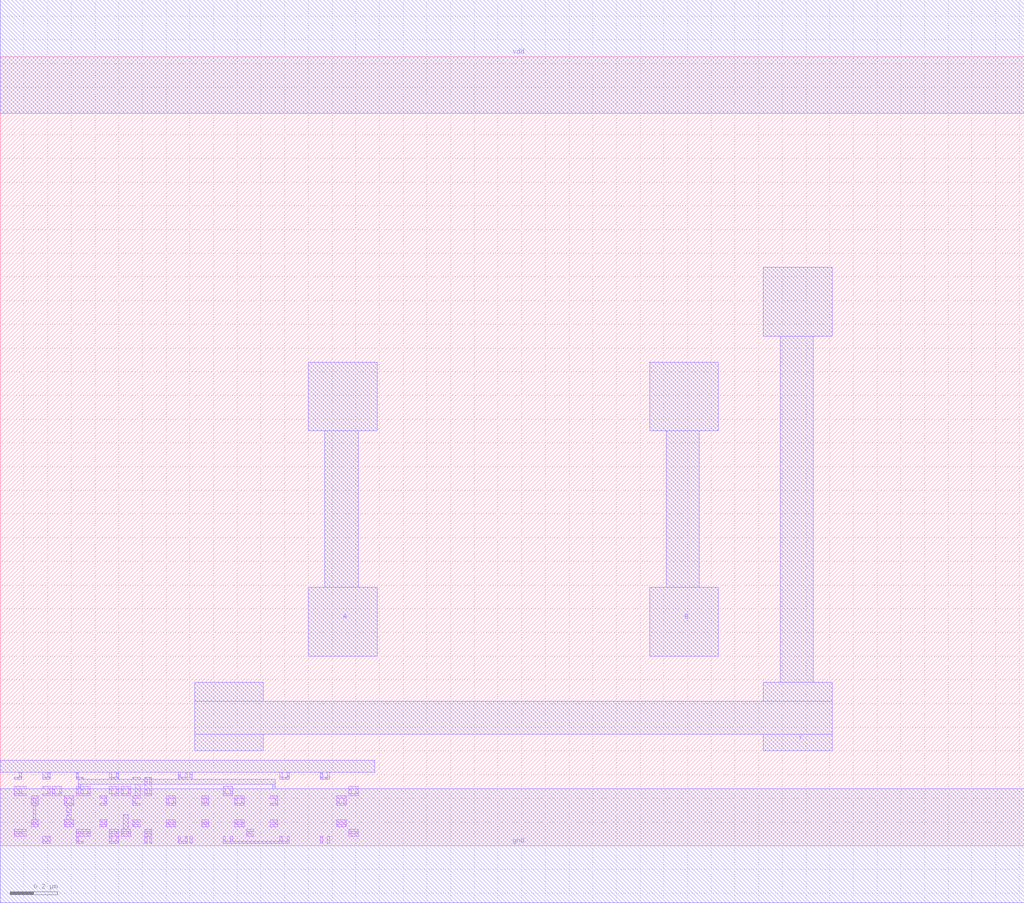
<source format=lef>
VERSION 5.7 ;
  NOWIREEXTENSIONATPIN ON ;
  DIVIDERCHAR "/" ;
  BUSBITCHARS "[]" ;
MACRO NOR2X1
  CLASS CORE ;
  FOREIGN NOR2X1 ;
  ORIGIN 0.000 0.000 ;
  SIZE 4.320 BY 3.330 ;
  SYMMETRY X Y R90 ;
  SITE unit ;
  PIN vdd
    DIRECTION INOUT ;
    USE POWER ;
    SHAPE ABUTMENT ;
    PORT
      LAYER met1 ;
        RECT 0.000 3.090 4.320 3.570 ;
    END
  END vdd
  PIN gnd
    DIRECTION INOUT ;
    USE GROUND ;
    SHAPE ABUTMENT ;
    PORT
      LAYER met1 ;
        RECT 0.000 0.310 1.580 0.360 ;
        RECT 0.080 0.290 0.090 0.310 ;
        RECT 0.200 0.290 0.210 0.310 ;
        RECT 0.060 0.280 0.090 0.290 ;
        RECT 0.180 0.280 0.210 0.290 ;
        RECT 0.320 0.290 0.330 0.310 ;
        RECT 0.490 0.290 0.500 0.310 ;
        RECT 0.750 0.290 0.760 0.310 ;
        RECT 0.800 0.300 0.810 0.310 ;
        RECT 1.210 0.290 1.220 0.310 ;
        RECT 0.320 0.280 0.350 0.290 ;
        RECT 0.470 0.280 0.500 0.290 ;
        RECT 0.560 0.280 0.590 0.290 ;
        RECT 0.610 0.280 0.640 0.290 ;
        RECT 0.750 0.280 0.780 0.290 ;
        RECT 1.190 0.280 1.220 0.290 ;
        RECT 1.350 0.290 1.360 0.310 ;
        RECT 1.350 0.280 1.380 0.290 ;
        RECT 0.330 0.260 1.160 0.280 ;
        RECT 0.330 0.240 0.340 0.260 ;
        RECT 1.150 0.240 1.160 0.260 ;
        RECT 0.000 -0.240 4.320 0.240 ;
    END
  END gnd
  PIN Y
    DIRECTION INOUT ;
    USE SIGNAL ;
    SHAPE ABUTMENT ;
    PORT
      LAYER met1 ;
        RECT 3.220 2.150 3.510 2.440 ;
        RECT 3.290 0.690 3.430 2.150 ;
        RECT 0.820 0.610 1.110 0.690 ;
        RECT 3.220 0.610 3.510 0.690 ;
        RECT 0.820 0.470 3.510 0.610 ;
        RECT 0.820 0.400 1.110 0.470 ;
        RECT 3.220 0.400 3.510 0.470 ;
    END
  END Y
  PIN A
    DIRECTION INOUT ;
    USE SIGNAL ;
    SHAPE ABUTMENT ;
    PORT
      LAYER met1 ;
        RECT 1.300 1.750 1.590 2.040 ;
        RECT 1.370 1.090 1.510 1.750 ;
        RECT 1.300 0.800 1.590 1.090 ;
    END
  END A
  PIN B
    DIRECTION INOUT ;
    USE SIGNAL ;
    SHAPE ABUTMENT ;
    PORT
      LAYER met1 ;
        RECT 2.740 1.750 3.030 2.040 ;
        RECT 2.810 1.090 2.950 1.750 ;
        RECT 2.740 0.800 3.030 1.090 ;
    END
  END B
  OBS
      LAYER li1 ;
        RECT 0.080 0.290 0.090 0.310 ;
        RECT 0.060 0.280 0.090 0.290 ;
      LAYER li1 ;
        RECT 0.180 0.290 0.200 0.310 ;
      LAYER li1 ;
        RECT 0.200 0.290 0.210 0.310 ;
        RECT 0.180 0.280 0.210 0.290 ;
        RECT 0.320 0.290 0.330 0.310 ;
        RECT 0.460 0.290 0.470 0.310 ;
        RECT 0.490 0.290 0.500 0.310 ;
        RECT 0.750 0.290 0.760 0.310 ;
        RECT 0.780 0.290 0.790 0.310 ;
        RECT 0.800 0.290 0.810 0.310 ;
        RECT 0.320 0.280 0.350 0.290 ;
        RECT 0.460 0.280 0.500 0.290 ;
        RECT 0.610 0.280 0.640 0.290 ;
        RECT 0.750 0.280 0.810 0.290 ;
        RECT 1.180 0.290 1.190 0.310 ;
        RECT 1.210 0.290 1.220 0.310 ;
        RECT 1.180 0.280 1.220 0.290 ;
        RECT 1.350 0.290 1.360 0.310 ;
        RECT 1.380 0.290 1.390 0.310 ;
        RECT 1.350 0.280 1.390 0.290 ;
        RECT 0.610 0.260 0.620 0.280 ;
        RECT 0.630 0.260 0.640 0.280 ;
        RECT 0.060 0.240 0.110 0.250 ;
        RECT 0.180 0.240 0.210 0.250 ;
      LAYER li1 ;
        RECT 0.060 0.220 0.080 0.240 ;
      LAYER li1 ;
        RECT 0.080 0.220 0.090 0.240 ;
        RECT 0.200 0.220 0.210 0.240 ;
        RECT 0.060 0.210 0.110 0.220 ;
        RECT 0.180 0.210 0.210 0.220 ;
        RECT 0.220 0.240 0.260 0.250 ;
        RECT 0.220 0.220 0.230 0.240 ;
        RECT 0.250 0.220 0.260 0.240 ;
        RECT 0.220 0.210 0.260 0.220 ;
        RECT 0.320 0.240 0.380 0.250 ;
        RECT 0.320 0.220 0.330 0.240 ;
        RECT 0.340 0.220 0.350 0.240 ;
        RECT 0.370 0.220 0.380 0.240 ;
        RECT 0.460 0.240 0.500 0.250 ;
        RECT 0.460 0.220 0.470 0.240 ;
        RECT 0.490 0.220 0.500 0.240 ;
        RECT 0.320 0.210 0.380 0.220 ;
        RECT 0.470 0.210 0.500 0.220 ;
        RECT 0.510 0.240 0.550 0.250 ;
        RECT 0.510 0.220 0.520 0.240 ;
        RECT 0.540 0.220 0.550 0.240 ;
        RECT 0.510 0.210 0.550 0.220 ;
        RECT 0.570 0.210 0.590 0.260 ;
        RECT 0.610 0.240 0.640 0.260 ;
        RECT 0.610 0.220 0.620 0.240 ;
        RECT 0.630 0.220 0.640 0.240 ;
        RECT 0.610 0.210 0.640 0.220 ;
        RECT 0.940 0.240 0.980 0.250 ;
        RECT 0.940 0.220 0.950 0.240 ;
        RECT 0.970 0.220 0.980 0.240 ;
        RECT 0.940 0.210 0.980 0.220 ;
        RECT 1.470 0.240 1.510 0.250 ;
        RECT 1.470 0.220 1.480 0.240 ;
        RECT 1.500 0.220 1.510 0.240 ;
        RECT 1.470 0.210 1.510 0.220 ;
        RECT 0.130 0.200 0.160 0.210 ;
        RECT 0.130 0.180 0.140 0.200 ;
      LAYER li1 ;
        RECT 0.140 0.180 0.150 0.200 ;
      LAYER li1 ;
        RECT 0.150 0.180 0.160 0.200 ;
        RECT 0.130 0.170 0.160 0.180 ;
        RECT 0.270 0.200 0.310 0.210 ;
        RECT 0.420 0.200 0.450 0.210 ;
        RECT 0.270 0.180 0.280 0.200 ;
        RECT 0.300 0.180 0.310 0.200 ;
        RECT 0.440 0.180 0.450 0.200 ;
        RECT 0.270 0.170 0.310 0.180 ;
        RECT 0.420 0.170 0.450 0.180 ;
        RECT 0.560 0.200 0.590 0.210 ;
        RECT 0.700 0.200 0.740 0.210 ;
        RECT 0.560 0.180 0.570 0.200 ;
        RECT 0.700 0.180 0.710 0.200 ;
        RECT 0.730 0.180 0.740 0.200 ;
        RECT 0.560 0.170 0.590 0.180 ;
        RECT 0.700 0.170 0.740 0.180 ;
        RECT 0.850 0.200 0.880 0.210 ;
        RECT 0.850 0.180 0.860 0.200 ;
        RECT 0.870 0.180 0.880 0.200 ;
        RECT 0.850 0.170 0.880 0.180 ;
        RECT 0.990 0.200 1.030 0.210 ;
        RECT 1.140 0.200 1.170 0.210 ;
        RECT 0.990 0.180 1.000 0.200 ;
        RECT 1.020 0.180 1.030 0.200 ;
        RECT 1.160 0.180 1.170 0.200 ;
        RECT 0.990 0.170 1.030 0.180 ;
        RECT 1.140 0.170 1.170 0.180 ;
        RECT 1.420 0.200 1.460 0.210 ;
        RECT 1.420 0.180 1.430 0.200 ;
        RECT 1.450 0.180 1.460 0.200 ;
        RECT 1.420 0.170 1.460 0.180 ;
        RECT 0.140 0.110 0.150 0.170 ;
        RECT 0.280 0.140 0.300 0.170 ;
        RECT 0.280 0.110 0.300 0.130 ;
        RECT 0.130 0.100 0.160 0.110 ;
        RECT 0.130 0.090 0.140 0.100 ;
      LAYER li1 ;
        RECT 0.140 0.090 0.150 0.100 ;
      LAYER li1 ;
        RECT 0.150 0.090 0.160 0.100 ;
        RECT 0.130 0.080 0.160 0.090 ;
        RECT 0.270 0.100 0.310 0.110 ;
        RECT 0.420 0.100 0.450 0.110 ;
        RECT 0.270 0.090 0.280 0.100 ;
        RECT 0.300 0.090 0.310 0.100 ;
        RECT 0.440 0.090 0.450 0.100 ;
        RECT 0.270 0.080 0.310 0.090 ;
        RECT 0.420 0.080 0.450 0.090 ;
        RECT 0.520 0.070 0.540 0.130 ;
        RECT 0.560 0.100 0.590 0.110 ;
        RECT 0.700 0.100 0.740 0.110 ;
        RECT 0.560 0.090 0.570 0.100 ;
        RECT 0.700 0.090 0.710 0.100 ;
        RECT 0.730 0.090 0.740 0.100 ;
        RECT 0.560 0.080 0.590 0.090 ;
        RECT 0.700 0.080 0.740 0.090 ;
        RECT 0.850 0.100 0.880 0.110 ;
        RECT 0.850 0.090 0.860 0.100 ;
        RECT 0.870 0.090 0.880 0.100 ;
        RECT 0.850 0.080 0.880 0.090 ;
        RECT 0.990 0.100 1.030 0.110 ;
        RECT 1.140 0.100 1.170 0.110 ;
        RECT 0.990 0.090 1.000 0.100 ;
        RECT 1.020 0.090 1.030 0.100 ;
        RECT 1.160 0.090 1.170 0.100 ;
        RECT 0.990 0.080 1.030 0.090 ;
        RECT 1.140 0.080 1.170 0.090 ;
        RECT 1.420 0.100 1.460 0.110 ;
        RECT 1.420 0.090 1.430 0.100 ;
        RECT 1.450 0.090 1.460 0.100 ;
        RECT 1.420 0.080 1.460 0.090 ;
        RECT 0.060 0.060 0.110 0.070 ;
        RECT 0.320 0.060 0.380 0.070 ;
      LAYER li1 ;
        RECT 0.060 0.050 0.080 0.060 ;
      LAYER li1 ;
        RECT 0.080 0.050 0.090 0.060 ;
        RECT 0.320 0.050 0.330 0.060 ;
        RECT 0.340 0.050 0.350 0.060 ;
        RECT 0.370 0.050 0.380 0.060 ;
        RECT 0.060 0.040 0.110 0.050 ;
        RECT 0.320 0.040 0.380 0.050 ;
        RECT 0.460 0.060 0.500 0.070 ;
        RECT 0.460 0.050 0.470 0.060 ;
        RECT 0.490 0.050 0.500 0.060 ;
        RECT 0.460 0.040 0.500 0.050 ;
        RECT 0.510 0.060 0.550 0.070 ;
        RECT 0.510 0.050 0.520 0.060 ;
        RECT 0.540 0.050 0.550 0.060 ;
        RECT 0.510 0.040 0.550 0.050 ;
        RECT 0.610 0.060 0.640 0.070 ;
        RECT 0.610 0.050 0.620 0.060 ;
        RECT 0.630 0.050 0.640 0.060 ;
        RECT 0.610 0.040 0.640 0.050 ;
        RECT 1.040 0.060 1.070 0.070 ;
        RECT 1.470 0.060 1.510 0.070 ;
        RECT 1.040 0.050 1.050 0.060 ;
        RECT 1.470 0.050 1.480 0.060 ;
        RECT 1.500 0.050 1.510 0.060 ;
        RECT 1.040 0.040 1.070 0.050 ;
        RECT 1.470 0.040 1.510 0.050 ;
      LAYER li1 ;
        RECT 0.180 0.020 0.200 0.040 ;
      LAYER li1 ;
        RECT 0.200 0.020 0.210 0.040 ;
        RECT 0.180 0.010 0.210 0.020 ;
        RECT 0.320 0.020 0.330 0.040 ;
        RECT 0.460 0.020 0.470 0.040 ;
        RECT 0.490 0.020 0.500 0.040 ;
        RECT 0.320 0.010 0.350 0.020 ;
        RECT 0.460 0.010 0.500 0.020 ;
        RECT 0.610 0.010 0.620 0.040 ;
        RECT 0.630 0.010 0.640 0.040 ;
        RECT 0.750 0.020 0.760 0.040 ;
        RECT 0.780 0.020 0.790 0.040 ;
        RECT 0.750 0.010 0.790 0.020 ;
        RECT 0.800 0.010 0.810 0.040 ;
        RECT 0.940 0.020 0.950 0.040 ;
        RECT 0.970 0.020 0.980 0.040 ;
        RECT 1.180 0.020 1.190 0.040 ;
        RECT 1.210 0.020 1.220 0.040 ;
        RECT 0.940 0.010 1.220 0.020 ;
        RECT 1.350 0.010 1.360 0.040 ;
        RECT 1.380 0.010 1.390 0.040 ;
  END
END NOR2X1
END LIBRARY


</source>
